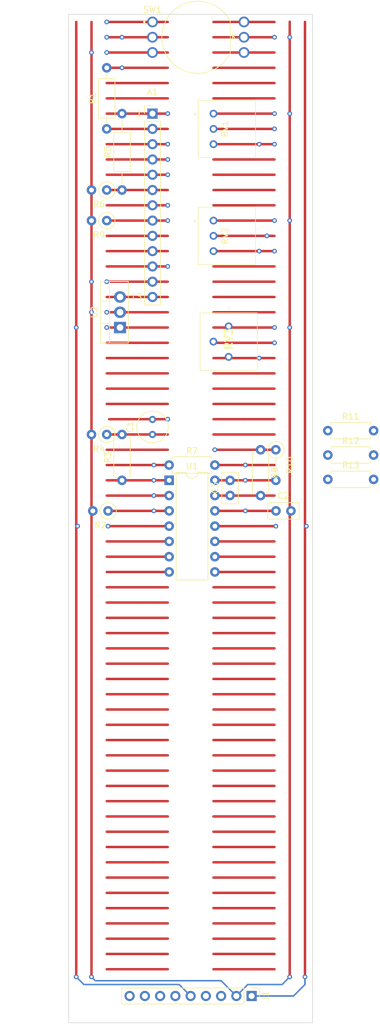
<source format=kicad_pcb>
(kicad_pcb (version 20211014) (generator pcbnew)
  (title_block (title "Eurorack ProtoModule") (date "2021-10-06") (rev "1.0") (company "Len Popp") (comment 1 "Copyright © 2022 Len Popp CC BY") (comment 2 "Layout design for my custom Eurorack breadboard prototyping module"))
  (layers (0 "F.Cu" signal) (1 "In1.Cu" jumper "Wire1.Cu") (2 "In2.Cu" jumper "Wire2.Cu") (3 "In3.Cu" jumper "Wire3.Cu") (4 "In4.Cu" jumper "Wire4.Cu") (31 "B.Cu" signal) (34 "B.Paste" user) (35 "F.Paste" user) (36 "B.SilkS" user "B.Silkscreen") (37 "F.SilkS" user "F.Silkscreen") (38 "B.Mask" user) (39 "F.Mask" user) (44 "Edge.Cuts" user))
  (net 0 "")
  (net 1 "+12V")
  (net 2 "GND")
  (net 3 "-12V")
  (net 4 "+5V")
  (net 5 "BUS-GATE")
  (net 6 "BUS-CV")
  (net 8 "IN-OUT-1")
  (net 9 "IN-OUT-2")
  (net 10 "Net-(A1-Pad1)")
  (net 11 "Net-(A1-Pad2)")
  (net 12 "Net-(A1-Pad3)")
  (net 13 "Net-(A1-Pad4)")
  (net 14 "Net-(A1-Pad5)")
  (net 15 "Net-(A1-Pad6)")
  (net 16 "Net-(A1-Pad7)")
  (net 17 "Net-(A1-Pad8)")
  (net 18 "unconnected-(A1-Pad9)")
  (net 19 "unconnected-(A1-Pad10)")
  (net 20 "Net-(A1-Pad11)")
  (net 21 "+8V")
  (net 22 "Net-(C1-Pad1)")
  (net 23 "Net-(C2-Pad1)")
  (net 24 "Net-(C3-Pad1)")
  (net 25 "Net-(R1-Pad2)")
  (net 26 "Net-(R3-Pad1)")
  (net 27 "/OUT-BUFFERED")
  (net 28 "Net-(R11-Pad2)")
  (net 29 "Net-(R12-Pad2)")
  (net 30 "unconnected-(U1-Pad5)")
  (net 31 "unconnected-(U1-Pad6)")
  (net 32 "unconnected-(U1-Pad7)")
  (net 33 "unconnected-(SW1-Pad2)")
  (net 34 "unconnected-(SW1-Pad4)")
  (footprint "Connector_PinHeader_2.54mm:PinHeader_1x09_P2.54mm_Vertical" (layer "F.Cu") (at 113.03 187.325 -90)
    (fp_text reference "J1" (at 0 -2.33 90) (layer "F.SilkS"))
    (fp_text value "Conn_01x09")
    (fp_line (start -1.33 21.65) (end 1.33 21.65) (layer "F.SilkS") (width 0.12))
    (fp_line (start -1.33 1.27) (end -1.33 21.65) (layer "F.SilkS") (width 0.12))
    (fp_line (start 1.33 1.27) (end 1.33 21.65) (layer "F.SilkS") (width 0.12))
    (fp_line (start -1.33 -1.33) (end 0 -1.33) (layer "F.SilkS") (width 0.12))
    (fp_line (start -1.33 1.27) (end 1.33 1.27) (layer "F.SilkS") (width 0.12))
    (fp_line (start -1.33 0) (end -1.33 -1.33) (layer "F.SilkS") (width 0.12))
    (pad "1" thru_hole rect locked (at 0 0 270) (size 1.7 1.7) (drill 1) (layers *.Cu *.Mask) (net 3 "-12V"))
    (pad "2" thru_hole oval locked (at 0 2.54 270) (size 1.7 1.7) (drill 1) (layers *.Cu *.Mask) (net 2 "GND"))
    (pad "3" thru_hole oval locked (at 0 5.08 270) (size 1.7 1.7) (drill 1) (layers *.Cu *.Mask) (net 9 "IN-OUT-2"))
    (pad "4" thru_hole oval locked (at 0 7.62 270) (size 1.7 1.7) (drill 1) (layers *.Cu *.Mask) (net 8 "IN-OUT-1"))
    (pad "5" thru_hole oval locked (at 0 10.16 270) (size 1.7 1.7) (drill 1) (layers *.Cu *.Mask) (net 1 "+12V"))
    (pad "6" thru_hole oval locked (at 0 12.7 270) (size 1.7 1.7) (drill 1) (layers *.Cu *.Mask))
    (pad "7" thru_hole oval locked (at 0 15.24 270) (size 1.7 1.7) (drill 1) (layers *.Cu *.Mask) (net 4 "+5V"))
    (pad "8" thru_hole oval locked (at 0 17.78 270) (size 1.7 1.7) (drill 1) (layers *.Cu *.Mask) (net 6 "BUS-CV"))
    (pad "9" thru_hole oval locked (at 0 20.32 270) (size 1.7 1.7) (drill 1) (layers *.Cu *.Mask) (net 5 "BUS-GATE"))
  )
  (footprint "-lmp-stripboard:SB_Gen_1" (layer "F.Cu") (at 88.9 58.42 180)
    (fp_text reference "R9" (at 1.27 -2.37) (layer "F.SilkS"))
    (fp_text value "3K9")
    (fp_line (start 1.37 0) (end 1.44 0) (layer "F.SilkS") (width 0.12))
    (fp_circle (center 0 0) (end 1.37 0) (layer "F.SilkS") (width 0.12) (fill none))
    (pad "1" thru_hole circle locked (at 0 0 180) (size 1.6 1.6) (drill 0.8) (layers *.Cu *.Mask) (net 17 "Net-(A1-Pad8)"))
    (pad "2" thru_hole oval locked (at 2.54 0 180) (size 1.6 1.6) (drill 0.8) (layers *.Cu *.Mask) (net 2 "GND"))
  )
  (footprint "-lmp-misc:R_Axial_DIN0207_L6.3mm_D2.5mm_P7.62mm_Horizontal" (layer "F.Cu") (at 125.73 97.395)
    (fp_text reference "R12" (at 3.81 -2.37) (layer "F.SilkS"))
    (fp_text value "47K")
    (fp_line (start 7.08 1.37) (end 7.08 1.04) (layer "F.SilkS") (width 0.12))
    (fp_line (start 0.54 -1.37) (end 7.08 -1.37) (layer "F.SilkS") (width 0.12))
    (fp_line (start 7.08 -1.37) (end 7.08 -1.04) (layer "F.SilkS") (width 0.12))
    (fp_line (start 0.54 -1.04) (end 0.54 -1.37) (layer "F.SilkS") (width 0.12))
    (fp_line (start 0.54 1.37) (end 7.08 1.37) (layer "F.SilkS") (width 0.12))
    (fp_line (start 0.54 1.04) (end 0.54 1.37) (layer "F.SilkS") (width 0.12))
    (pad "1" thru_hole circle locked (at 0 0) (size 1.6 1.6) (drill 0.8) (layers *.Cu *.Mask) (net 2 "GND"))
    (pad "2" thru_hole oval locked (at 7.62 0) (size 1.6 1.6) (drill 0.8) (layers *.Cu *.Mask) (net 29 "Net-(R12-Pad2)"))
  )
  (footprint "Package_DIP:DIP-14_W7.62mm" (layer "F.Cu") (at 99.295 101.595)
    (fp_text reference "U1" (at 3.81 -2.33) (layer "F.SilkS"))
    (fp_text value "TL074")
    (fp_line (start 6.46 16.57) (end 6.46 -1.33) (layer "F.SilkS") (width 0.12))
    (fp_line (start 6.46 -1.33) (end 4.81 -1.33) (layer "F.SilkS") (width 0.12))
    (fp_line (start 2.81 -1.33) (end 1.16 -1.33) (layer "F.SilkS") (width 0.12))
    (fp_line (start 1.16 16.57) (end 6.46 16.57) (layer "F.SilkS") (width 0.12))
    (fp_line (start 1.16 -1.33) (end 1.16 16.57) (layer "F.SilkS") (width 0.12))
    (fp_arc (start 4.81 -1.33) (mid 3.81 -0.33) (end 2.81 -1.33) (layer "F.SilkS") (width 0.12))
    (pad "1" thru_hole rect (at 0 0) (size 1.6 1.6) (drill 0.8) (layers *.Cu *.Mask) (net 26 "Net-(R3-Pad1)"))
    (pad "2" thru_hole oval (at 0 2.54) (size 1.6 1.6) (drill 0.8) (layers *.Cu *.Mask) (net 26 "Net-(R3-Pad1)"))
    (pad "3" thru_hole oval (at 0 5.08) (size 1.6 1.6) (drill 0.8) (layers *.Cu *.Mask) (net 8 "IN-OUT-1"))
    (pad "4" thru_hole oval (at 0 7.62) (size 1.6 1.6) (drill 0.8) (layers *.Cu *.Mask) (net 1 "+12V"))
    (pad "5" thru_hole oval (at 0 10.16) (size 1.6 1.6) (drill 0.8) (layers *.Cu *.Mask) (net 30 "unconnected-(U1-Pad5)"))
    (pad "6" thru_hole oval (at 0 12.7) (size 1.6 1.6) (drill 0.8) (layers *.Cu *.Mask) (net 31 "unconnected-(U1-Pad6)"))
    (pad "7" thru_hole oval (at 0 15.24) (size 1.6 1.6) (drill 0.8) (layers *.Cu *.Mask) (net 32 "unconnected-(U1-Pad7)"))
    (pad "8" thru_hole oval (at 7.62 15.24) (size 1.6 1.6) (drill 0.8) (layers *.Cu *.Mask) (net 27 "/OUT-BUFFERED"))
    (pad "9" thru_hole oval (at 7.62 12.7) (size 1.6 1.6) (drill 0.8) (layers *.Cu *.Mask) (net 29 "Net-(R12-Pad2)"))
    (pad "10" thru_hole oval (at 7.62 10.16) (size 1.6 1.6) (drill 0.8) (layers *.Cu *.Mask) (net 28 "Net-(R11-Pad2)"))
    (pad "11" thru_hole oval (at 7.62 7.62) (size 1.6 1.6) (drill 0.8) (layers *.Cu *.Mask) (net 3 "-12V"))
    (pad "12" thru_hole oval (at 7.62 5.08) (size 1.6 1.6) (drill 0.8) (layers *.Cu *.Mask) (net 23 "Net-(C2-Pad1)"))
    (pad "13" thru_hole oval (at 7.62 2.54) (size 1.6 1.6) (drill 0.8) (layers *.Cu *.Mask) (net 24 "Net-(C3-Pad1)"))
    (pad "14" thru_hole oval (at 7.62 0) (size 1.6 1.6) (drill 0.8) (layers *.Cu *.Mask) (net 9 "IN-OUT-2"))
  )
  (footprint "-lmp-stripboard:SB_Gen_5" (layer "F.Cu") (at 91.44 53.34 90)
    (fp_text reference "R5" (at 6.35 -2.37 90) (layer "F.SilkS"))
    (fp_text value "100K")
    (fp_line (start 9.62 -1.37) (end 3.08 -1.37) (layer "F.SilkS") (width 0.12))
    (fp_line (start 1.04 0) (end 3.08 0) (layer "F.SilkS") (width 0.12))
    (fp_line (start 3.08 -1.37) (end 3.08 1.37) (layer "F.SilkS") (width 0.12))
    (fp_line (start 11.66 0) (end 9.62 0) (layer "F.SilkS") (width 0.12))
    (fp_line (start 9.62 1.37) (end 9.62 -1.37) (layer "F.SilkS") (width 0.12))
    (fp_line (start 3.08 1.37) (end 9.62 1.37) (layer "F.SilkS") (width 0.12))
    (pad "1" thru_hole circle locked (at 0 0 90) (size 1.6 1.6) (drill 0.8) (layers *.Cu *.Mask) (net 15 "Net-(A1-Pad6)"))
    (pad "2" thru_hole oval locked (at 12.7 0 90) (size 1.6 1.6) (drill 0.8) (layers *.Cu *.Mask) (net 10 "Net-(A1-Pad1)"))
  )
  (footprint "-lmp-misc:C_Disc_D5.0mm_W2.5mm_P2.50mm" (layer "F.Cu") (at 117.085 106.68)
    (fp_text reference "C2" (at 1.25 -2.5) (layer "F.SilkS"))
    (fp_text value "470P")
    (fp_line (start 3.87 -1.37) (end 3.87 1.37) (layer "F.SilkS") (width 0.12))
    (fp_line (start -1.37 1.37) (end 3.87 1.37) (layer "F.SilkS") (width 0.12))
    (fp_line (start -1.37 -1.37) (end -1.37 1.37) (layer "F.SilkS") (width 0.12))
    (fp_line (start -1.37 -1.37) (end 3.87 -1.37) (layer "F.SilkS") (width 0.12))
    (pad "1" thru_hole circle locked (at 0 0) (size 1.6 1.6) (drill 0.8) (layers *.Cu *.Mask) (net 23 "Net-(C2-Pad1)"))
    (pad "2" thru_hole circle locked (at 2.5 0) (size 1.6 1.6) (drill 0.8) (layers *.Cu *.Mask) (net 2 "GND"))
  )
  (footprint "-lmp-misc:R_Axial_DIN0207_L6.3mm_D2.5mm_P7.62mm_Horizontal" (layer "F.Cu") (at 125.73 93.345)
    (fp_text reference "R11" (at 3.81 -2.37) (layer "F.SilkS"))
    (fp_text value "47K")
    (fp_line (start 0.54 1.37) (end 7.08 1.37) (layer "F.SilkS") (width 0.12))
    (fp_line (start 0.54 1.04) (end 0.54 1.37) (layer "F.SilkS") (width 0.12))
    (fp_line (start 0.54 -1.37) (end 7.08 -1.37) (layer "F.SilkS") (width 0.12))
    (fp_line (start 7.08 1.37) (end 7.08 1.04) (layer "F.SilkS") (width 0.12))
    (fp_line (start 7.08 -1.37) (end 7.08 -1.04) (layer "F.SilkS") (width 0.12))
    (fp_line (start 0.54 -1.04) (end 0.54 -1.37) (layer "F.SilkS") (width 0.12))
    (pad "1" thru_hole circle locked (at 0 0) (size 1.6 1.6) (drill 0.8) (layers *.Cu *.Mask) (net 9 "IN-OUT-2"))
    (pad "2" thru_hole oval locked (at 7.62 0) (size 1.6 1.6) (drill 0.8) (layers *.Cu *.Mask) (net 28 "Net-(R11-Pad2)"))
  )
  (footprint "-lmp-misc:C_Disc_D5.0mm_W2.5mm_P2.50mm" (layer "F.Cu") (at 109.445 104.12 90)
    (fp_text reference "C3" (at 1.25 -2.5 90) (layer "F.SilkS"))
    (fp_text value "470P")
    (fp_line (start -1.37 -1.37) (end -1.37 1.37) (layer "F.SilkS") (width 0.12))
    (fp_line (start -1.37 1.37) (end 3.87 1.37) (layer "F.SilkS") (width 0.12))
    (fp_line (start 3.87 -1.37) (end 3.87 1.37) (layer "F.SilkS") (width 0.12))
    (fp_line (start -1.37 -1.37) (end 3.87 -1.37) (layer "F.SilkS") (width 0.12))
    (pad "1" thru_hole circle locked (at 0 0 90) (size 1.6 1.6) (drill 0.8) (layers *.Cu *.Mask) (net 24 "Net-(C3-Pad1)"))
    (pad "2" thru_hole circle locked (at 2.5 0 90) (size 1.6 1.6) (drill 0.8) (layers *.Cu *.Mask) (net 9 "IN-OUT-2"))
  )
  (footprint "-lmp-breakout:Breakout_SW_Push_LED_C&K_D6R" (layer "F.Cu") (at 96.52 25.4)
    (fp_text reference "SW1" (at 0 -2.032) (layer "F.SilkS") (effects (font (size 1.016 1.016) (thickness 0.1524))))
    (fp_text value "SW_LED" hide)
    (fp_text user "K" (at 13.589 2.5 unlocked) (layer "F.SilkS"))
    (fp_line (start 12.954 -0.075) (end 12.954 5.175) (layer "F.SilkS") (width 0.1))
    (fp_arc (start 12.954 5.15) (mid 1.556108 2.55) (end 12.954 -0.05) (layer "F.SilkS") (width 0.12))
    (fp_arc (start -1.27 0) (mid -1.37 0.1) (end -1.47 0) (layer "F.SilkS") (width 0.2))
    (fp_arc (start -1.47 0) (mid -1.37 -0.1) (end -1.27 0) (layer "F.SilkS") (width 0.2))
    (pad "1" thru_hole circle (at 0 0) (size 1.8 1.8) (drill 1.2) (layers *.Cu *.Mask) (net 25 "Net-(R1-Pad2)"))
    (pad "2" thru_hole circle (at 15.24 0) (size 1.8 1.8) (drill 1.2) (layers *.Cu *.Mask) (net 33 "unconnected-(SW1-Pad2)"))
    (pad "3" thru_hole circle (at 0 5.08) (size 1.8 1.8) (drill 1.2) (layers *.Cu *.Mask) (net 2 "GND"))
    (pad "4" thru_hole circle (at 15.24 5.08) (size 1.8 1.8) (drill 1.2) (layers *.Cu *.Mask) (net 34 "unconnected-(SW1-Pad4)"))
    (pad "5" thru_hole circle (at 0 2.54) (size 1.8 1.8) (drill 1.2) (layers *.Cu *.Mask) (net 25 "Net-(R1-Pad2)"))
    (pad "6" thru_hole circle (at 15.24 2.54) (size 1.8 1.8) (drill 1.2) (layers *.Cu *.Mask) (net 2 "GND"))
  )
  (footprint "-lmp-stripboard:SB_Gen_2" (layer "F.Cu") (at 117.065 96.52 -90)
    (fp_text reference "R10" (at 2.54 -2.37 -90) (layer "F.SilkS"))
    (fp_text value "3K9")
    (fp_line (start 1.37 0) (end 3.98 0) (layer "F.SilkS") (width 0.12))
    (fp_circle (center 0 0) (end 1.37 0) (layer "F.SilkS") (width 0.12) (fill none))
    (pad "1" thru_hole circle locked (at 0 0 270) (size 1.6 1.6) (drill 0.8) (layers *.Cu *.Mask) (net 16 "Net-(A1-Pad7)"))
    (pad "2" thru_hole oval locked (at 5.08 0 270) (size 1.6 1.6) (drill 0.8) (layers *.Cu *.Mask) (net 9 "IN-OUT-2"))
  )
  (footprint "-lmp-stripboard:SB_Gen_1" (layer "F.Cu") (at 89.125 106.68 180)
    (fp_text reference "R2" (at 1.27 -2.37 180) (layer "F.SilkS"))
    (fp_text value "100K")
    (fp_line (start 1.37 0) (end 1.44 0) (layer "F.SilkS") (width 0.12))
    (fp_circle (center 0 0) (end 1.37 0) (layer "F.SilkS") (width 0.12) (fill none))
    (pad "1" thru_hole circle locked (at 0 0 180) (size 1.6 1.6) (drill 0.8) (layers *.Cu *.Mask) (net 8 "IN-OUT-1"))
    (pad "2" thru_hole oval locked (at 2.54 0 180) (size 1.6 1.6) (drill 0.8) (layers *.Cu *.Mask) (net 2 "GND"))
  )
  (footprint "-lmp-misc:Potentiometer_Bourns_3310R_Top" (layer "F.Cu") (at 108.605 43.18 90)
    (fp_text reference "RV1" (at 0 0 90) (layer "F.SilkS"))
    (fp_text value "100K" hide)
    (fp_line (start -4.765 -4.465) (end 4.765 -4.465) (layer "F.SilkS") (width 0.1))
    (fp_line (start 2.6 -4.965) (end 2.6 -4.965) (layer "F.SilkS") (width 0.2))
    (fp_line (start 2.4 -4.965) (end 2.4 -4.965) (layer "F.SilkS") (width 0.2))
    (fp_line (start 4.765 5.065) (end -4.765 5.065) (layer "F.SilkS") (width 0.1))
    (fp_line (start -4.765 5.065) (end -4.765 -4.465) (layer "F.SilkS") (width 0.1))
    (fp_line (start 4.765 -4.465) (end 4.765 5.065) (layer "F.SilkS") (width 0.1))
    (fp_arc (start 2.4 -4.965) (mid 2.5 -5.065) (end 2.6 -4.965) (layer "F.SilkS") (width 0.2))
    (fp_arc (start 2.6 -4.965) (mid 2.5 -4.865) (end 2.4 -4.965) (layer "F.SilkS") (width 0.2))
    (pad "1" thru_hole circle (at 2.54 -1.925 90) (size 1.302857 1.302857) (drill 0.76) (layers *.Cu *.Mask) (net 2 "GND"))
    (pad "2" thru_hole circle (at 0 -1.925 90) (size 1.302857 1.302857) (drill 0.76) (layers *.Cu *.Mask) (net 12 "Net-(A1-Pad3)"))
    (pad "3" thru_hole circle (at -2.54 -1.925 90) (size 1.302857 1.302857) (drill 0.76) (layers *.Cu *.Mask) (net 10 "Net-(A1-Pad1)"))
  )
  (footprint "-lmp-misc:R_Axial_DIN0207_L6.3mm_D2.5mm_P7.62mm_Horizontal" (layer "F.Cu") (at 91.44 101.6 90)
    (fp_text reference "R3" (at 3.81 -2.37 90) (layer "F.SilkS"))
    (fp_text value "100K")
    (fp_line (start 0.54 1.04) (end 0.54 1.37) (layer "F.SilkS") (width 0.12))
    (fp_line (start 0.54 1.37) (end 7.08 1.37) (layer "F.SilkS") (width 0.12))
    (fp_line (start 0.54 -1.04) (end 0.54 -1.37) (layer "F.SilkS") (width 0.12))
    (fp_line (start 0.54 -1.37) (end 7.08 -1.37) (layer "F.SilkS") (width 0.12))
    (fp_line (start 7.08 -1.37) (end 7.08 -1.04) (layer "F.SilkS") (width 0.12))
    (fp_line (start 7.08 1.37) (end 7.08 1.04) (layer "F.SilkS") (width 0.12))
    (pad "1" thru_hole circle locked (at 0 0 90) (size 1.6 1.6) (drill 0.8) (layers *.Cu *.Mask) (net 26 "Net-(R3-Pad1)"))
    (pad "2" thru_hole oval locked (at 7.62 0 90) (size 1.6 1.6) (drill 0.8) (layers *.Cu *.Mask) (net 22 "Net-(C1-Pad1)"))
  )
  (footprint "-lmp-misc:C_Radial_D5.0mm_H5.0mm_P2.50mm" (layer "F.Cu") (at 96.52 93.98 90)
    (fp_text reference "C1" (at 1.25 -3.75 90) (layer "F.SilkS"))
    (fp_text value "10U")
    (fp_circle (center 1.25 0) (end 3.87 0) (layer "F.SilkS") (width 0.12) (fill none))
    (pad "1" thru_hole circle locked (at 0 0 90) (size 1.2 1.2) (drill 0.6) (layers *.Cu *.Mask) (net 22 "Net-(C1-Pad1)"))
    (pad "2" thru_hole circle locked (at 2.5 0 90) (size 1.2 1.2) (drill 0.6) (layers *.Cu *.Mask) (net 20 "Net-(A1-Pad11)"))
  )
  (footprint "-lmp-misc:R_Axial_DIN0207_L6.3mm_D2.5mm_P7.62mm_Horizontal" (layer "F.Cu") (at 125.73 101.445)
    (fp_text reference "R13" (at 3.81 -2.37) (layer "F.SilkS"))
    (fp_text value "47K")
    (fp_line (start 0.54 -1.04) (end 0.54 -1.37) (layer "F.SilkS") (width 0.12))
    (fp_line (start 7.08 -1.37) (end 7.08 -1.04) (layer "F.SilkS") (width 0.12))
    (fp_line (start 0.54 1.37) (end 7.08 1.37) (layer "F.SilkS") (width 0.12))
    (fp_line (start 7.08 1.37) (end 7.08 1.04) (layer "F.SilkS") (width 0.12))
    (fp_line (start 0.54 1.04) (end 0.54 1.37) (layer "F.SilkS") (width 0.12))
    (fp_line (start 0.54 -1.37) (end 7.08 -1.37) (layer "F.SilkS") (width 0.12))
    (pad "1" thru_hole circle locked (at 0 0) (size 1.6 1.6) (drill 0.8) (layers *.Cu *.Mask) (net 29 "Net-(R12-Pad2)"))
    (pad "2" thru_hole oval locked (at 7.62 0) (size 1.6 1.6) (drill 0.8) (layers *.Cu *.Mask) (net 27 "/OUT-BUFFERED"))
  )
  (footprint "-lmp-misc:R_Axial_DIN0207_L6.3mm_D2.5mm_P7.62mm_Horizontal" (layer "F.Cu") (at 99.285 99.06)
    (fp_text reference "R7" (at 3.81 -2.37) (layer "F.SilkS"))
    (fp_text value "10K")
    (fp_line (start 0.54 1.04) (end 0.54 1.37) (layer "F.SilkS") (width 0.12))
    (fp_line (start 0.54 -1.04) (end 0.54 -1.37) (layer "F.SilkS") (width 0.12))
    (fp_line (start 0.54 1.37) (end 7.08 1.37) (layer "F.SilkS") (width 0.12))
    (fp_line (start 7.08 1.37) (end 7.08 1.04) (layer "F.SilkS") (width 0.12))
    (fp_line (start 0.54 -1.37) (end 7.08 -1.37) (layer "F.SilkS") (width 0.12))
    (fp_line (start 7.08 -1.37) (end 7.08 -1.04) (layer "F.SilkS") (width 0.12))
    (pad "1" thru_hole circle locked (at 0 0) (size 1.6 1.6) (drill 0.8) (layers *.Cu *.Mask) (net 17 "Net-(A1-Pad8)"))
    (pad "2" thru_hole oval locked (at 7.62 0) (size 1.6 1.6) (drill 0.8) (layers *.Cu *.Mask) (net 23 "Net-(C2-Pad1)"))
  )
  (footprint "-lmp-stripboard:SB_Gen_1" (layer "F.Cu") (at 88.9 53.34 180)
    (fp_text reference "R6" (at 1.27 -2.37) (layer "F.SilkS"))
    (fp_text value "56K")
    (fp_line (start 1.37 0) (end 1.44 0) (layer "F.SilkS") (width 0.12))
    (fp_circle (center 0 0) (end 1.37 0) (layer "F.SilkS") (width 0.12) (fill none))
    (pad "1" thru_hole circle locked (at 0 0 180) (size 1.6 1.6) (drill 0.8) (layers *.Cu *.Mask) (net 15 "Net-(A1-Pad6)"))
    (pad "2" thru_hole oval locked (at 2.54 0 180) (size 1.6 1.6) (drill 0.8) (layers *.Cu *.Mask) (net 2 "GND"))
  )
  (footprint "-lmp-misc:Potentiometer_Bourns_3310R_Top" (layer "F.Cu") (at 108.605 60.96 90)
    (fp_text reference "RV2" (at 0 0 90) (layer "F.SilkS"))
    (fp_text value "100K" hide)
    (fp_line (start 2.4 -4.965) (end 2.4 -4.965) (layer "F.SilkS") (width 0.2))
    (fp_line (start -4.765 5.065) (end -4.765 -4.465) (layer "F.SilkS") (width 0.1))
    (fp_line (start -4.765 -4.465) (end 4.765 -4.465) (layer "F.SilkS") (width 0.1))
    (fp_line (start 4.765 5.065) (end -4.765 5.065) (layer "F.SilkS") (width 0.1))
    (fp_line (start 4.765 -4.465) (end 4.765 5.065) (layer "F.SilkS") (width 0.1))
    (fp_line (start 2.6 -4.965) (end 2.6 -4.965) (layer "F.SilkS") (width 0.2))
    (fp_arc (start 2.6 -4.965) (mid 2.5 -4.865) (end 2.4 -4.965) (layer "F.SilkS") (width 0.2))
    (fp_arc (start 2.4 -4.965) (mid 2.5 -5.065) (end 2.6 -4.965) (layer "F.SilkS") (width 0.2))
    (pad "1" thru_hole circle (at 2.54 -1.925 90) (size 1.302857 1.302857) (drill 0.76) (layers *.Cu *.Mask) (net 2 "GND"))
    (pad "2" thru_hole circle (at 0 -1.925 90) (size 1.302857 1.302857) (drill 0.76) (layers *.Cu *.Mask) (net 13 "Net-(A1-Pad4)"))
    (pad "3" thru_hole circle (at -2.54 -1.925 90) (size 1.302857 1.302857) (drill 0.76) (layers *.Cu *.Mask) (net 10 "Net-(A1-Pad1)"))
  )
  (footprint "-lmp-misc:Potentiometer_Bourns_3386P_Top" (layer "F.Cu") (at 109.205 76.0025 -90)
    (fp_text reference "RV3" (at 2.102 -0.015 90) (layer "F.SilkS") (effects (font (size 1.27 1.27) (thickness 0.254))))
    (fp_text value "100K" hide)
    (fp_line (start -2.225 4.75) (end -2.225 -4.78) (layer "F.SilkS") (width 0.1))
    (fp_line (start -2.225 -4.78) (end 7.305 -4.78) (layer "F.SilkS") (width 0.1))
    (fp_line (start -3 0) (end -3 0) (layer "F.SilkS") (width 0.1))
    (fp_line (start 7.305 -4.78) (end 7.305 4.75) (layer "F.SilkS") (width 0.1))
    (fp_line (start 7.305 4.75) (end -2.225 4.75) (layer "F.SilkS") (width 0.1))
    (fp_line (start -3.1 0) (end -3.1 0) (layer "F.SilkS") (width 0.1))
    (fp_arc (start -3.1 0) (mid -3.05 -0.05) (end -3 0) (layer "F.SilkS") (width 0.1))
    (fp_arc (start -3 0) (mid -3.05 0.05) (end -3.1 0) (layer "F.SilkS") (width 0.1))
    (pad "1" thru_hole circle locked (at 0 0 270) (size 1.303 1.303) (drill 0.76) (layers *.Cu *.Mask) (net 2 "GND"))
    (pad "2" thru_hole circle locked (at 2.54 2.54 270) (size 1.303 1.303) (drill 0.76) (layers *.Cu *.Mask) (net 14 "Net-(A1-Pad5)"))
    (pad "3" thru_hole circle locked (at 5.08 0 270) (size 1.303 1.303) (drill 0.76) (layers *.Cu *.Mask) (net 10 "Net-(A1-Pad1)"))
  )
  (footprint "-lmp-misc:R_Axial_DIN0207_L6.3mm_D2.5mm_P7.62mm_Horizontal" (layer "F.Cu") (at 114.525 96.52 -90)
    (fp_text reference "R8" (at 3.81 -2.37 90) (layer "F.SilkS"))
    (fp_text value "10K")
    (fp_line (start 0.54 1.04) (end 0.54 1.37) (layer "F.SilkS") (width 0.12))
    (fp_line (start 0.54 1.37) (end 7.08 1.37) (layer "F.SilkS") (width 0.12))
    (fp_line (start 0.54 -1.04) (end 0.54 -1.37) (layer "F.SilkS") (width 0.12))
    (fp_line (start 7.08 1.37) (end 7.08 1.04) (layer "F.SilkS") (width 0.12))
    (fp_line (start 0.54 -1.37) (end 7.08 -1.37) (layer "F.SilkS") (width 0.12))
    (fp_line (start 7.08 -1.37) (end 7.08 -1.04) (layer "F.SilkS") (width 0.12))
    (pad "1" thru_hole circle locked (at 0 0 270) (size 1.6 1.6) (drill 0.8) (layers *.Cu *.Mask) (net 16 "Net-(A1-Pad7)"))
    (pad "2" thru_hole oval locked (at 7.62 0 270) (size 1.6 1.6) (drill 0.8) (layers *.Cu *.Mask) (net 24 "Net-(C3-Pad1)"))
  )
  (footprint "-lmp-misc:R_Axial_DIN0207_L6.3mm_D2.5mm_P10.16mm_Horizontal" (layer "F.Cu") (at 88.9 43.18 90)
    (fp_text reference "R1" (at 5.08 -2.37 90) (layer "F.SilkS"))
    (fp_text value "1K")
    (fp_line (start 9.12 0) (end 8.35 0) (layer "F.SilkS") (width 0.12))
    (fp_line (start 8.35 1.37) (end 8.35 -1.37) (layer "F.SilkS") (width 0.12))
    (fp_line (start 8.35 -1.37) (end 1.81 -1.37) (layer "F.SilkS") (width 0.12))
    (fp_line (start 1.81 -1.37) (end 1.81 1.37) (layer "F.SilkS") (width 0.12))
    (fp_line (start 1.81 1.37) (end 8.35 1.37) (layer "F.SilkS") (width 0.12))
    (fp_line (start 1.04 0) (end 1.81 0) (layer "F.SilkS") (width 0.12))
    (pad "1" thru_hole circle locked (at 0 0 90) (size 1.6 1.6) (drill 0.8) (layers *.Cu *.Mask) (net 11 "Net-(A1-Pad2)"))
    (pad "2" thru_hole oval locked (at 10.16 0 90) (size 1.6 1.6) (drill 0.8) (layers *.Cu *.Mask) (net 25 "Net-(R1-Pad2)"))
  )
  (footprint "-lmp-synth:Module_ABE_Vert" (layer "F.Cu") (at 96.52 40.64)
    (fp_text reference "A1" (at 0 -3.6) (layer "F.SilkS"))
    (fp_text value "Module_ABE")
    (fp_text user "1" (at -1.651 0 unlocked) (layer "F.SilkS") (effects (justify right)))
    (fp_text user "13" (at -1.651 30.48 unlocked) (layer "F.SilkS") (effects (justify right)))
    (fp_line (start -1.33 0) (end -1.33 -1.33) (layer "F.SilkS") (width 0.12))
    (fp_line (start -1.33 1.27) (end -1.33 31.81) (layer "F.SilkS") (width 0.12))
    (fp_line (start -1.33 31.81) (end 1.33 31.81) (layer "F.SilkS") (width 0.12))
    (fp_line (start -1.33 1.27) (end 1.33 1.27) (layer "F.SilkS") (width 0.12))
    (fp_line (start 1.33 1.27) (end 1.33 31.81) (layer "F.SilkS") (width 0.12))
    (fp_line (start -1.33 -1.33) (end 0 -1.33) (layer "F.SilkS") (width 0.12))
    (pad "1" thru_hole rect (at 0 0) (size 1.7 1.7) (drill 1) (layers *.Cu *.Mask) (net 10 "Net-(A1-Pad1)"))
    (pad "2" thru_hole oval (at 0 2.54) (size 1.7 1.7) (drill 1) (layers *.Cu *.Mask) (net 11 "Net-(A1-Pad2)"))
    (pad "3" thru_hole oval (at 0 5.08) (size 1.7 1.7) (drill 1) (layers *.Cu *.Mask) (net 12 "Net-(A1-Pad3)"))
    (pad "4" thru_hole oval (at 0 7.62) (size 1.7 1.7) (drill 1) (layers *.Cu *.Mask) (net 13 "Net-(A1-Pad4)"))
    (pad "5" thru_hole oval (at 0 10.16) (size 1.7 1.7) (drill 1) (layers *.Cu *.Mask) (net 14 "Net-(A1-Pad5)"))
    (pad "6" thru_hole oval (at 0 12.7) (size 1.7 1.7) (drill 1) (layers *.Cu *.Mask) (net 15 "Net-(A1-Pad6)"))
    (pad "7" thru_hole oval (at 0 15.24) (size 1.7 1.7) (drill 1) (layers *.Cu *.Mask) (net 16 "Net-(A1-Pad7)"))
    (pad "8" thru_hole oval (at 0 17.78) (size 1.7 1.7) (drill 1) (layers *.Cu *.Mask) (net 17 "Net-(A1-Pad8)"))
    (pad "9" thru_hole oval (at 0 20.32) (size 1.7 1.7) (drill 1) (layers *.Cu *.Mask) (net 18 "unconnected-(A1-Pad9)"))
    (pad "10" thru_hole oval (at 0 22.86) (size 1.7 1.7) (drill 1) (layers *.Cu *.Mask) (net 19 "unconnected-(A1-Pad10)"))
    (pad "11" thru_hole oval (at 0 25.4) (size 1.7 1.7) (drill 1) (layers *.Cu *.Mask) (net 20 "Net-(A1-Pad11)"))
    (pad "12" thru_hole oval (at 0 27.94) (size 1.7 1.7) (drill 1) (layers *.Cu *.Mask) (net 2 "GND"))
    (pad "13" thru_hole oval (at 0 30.48) (size 1.7 1.7) (drill 1) (layers *.Cu *.Mask) (net 21 "+8V"))
  )
  (footprint "-lmp-stripboard:SB_Gen_1" (layer "F.Cu") (at 88.9 93.98 180)
    (fp_text reference "R4" (at 1.27 -2.37) (layer "F.SilkS"))
    (fp_text value "33K")
    (fp_line (start 1.37 0) (end 1.44 0) (layer "F.SilkS") (width 0.12))
    (fp_circle (center 0 0) (end 1.37 0) (layer "F.SilkS") (width 0.12) (fill none))
    (pad "1" thru_hole circle locked (at 0 0 180) (size 1.6 1.6) (drill 0.8) (layers *.Cu *.Mask) (net 22 "Net-(C1-Pad1)"))
    (pad "2" thru_hole oval locked (at 2.54 0 180) (size 1.6 1.6) (drill 0.8) (layers *.Cu *.Mask) (net 2 "GND"))
  )
  (footprint "Package_TO_SOT_THT:TO-220-3_Vertical" (layer "F.Cu") (at 91.115 76.2 90)
    (fp_text reference "U2" (at 2.54 -4.27 90) (layer "F.SilkS"))
    (fp_text value "L7808")
    (fp_line (start 7.66 -3.27) (end 7.66 1.371) (layer "F.SilkS") (width 0.12))
    (fp_line (start -2.58 -3.27) (end -2.58 1.371) (layer "F.SilkS") (width 0.12))
    (fp_line (start -2.58 -1.76) (end 7.66 -1.76) (layer "F.SilkS") (width 0.12))
    (fp_line (start -2.58 1.371) (end 7.66 1.371) (layer "F.SilkS") (width 0.12))
    (fp_line (start -2.58 -3.27) (end 7.66 -3.27) (layer "F.SilkS") (width 0.12))
    (fp_line (start 0.69 -3.27) (end 0.69 -1.76) (layer "F.SilkS") (width 0.12))
    (fp_line (start 4.391 -3.27) (end 4.391 -1.76) (layer "F.SilkS") (width 0.12))
    (pad "1" thru_hole rect (at 0 0 90) (size 1.905 2) (drill 1.1) (layers *.Cu *.Mask) (net 1 "+12V"))
    (pad "2" thru_hole oval (at 2.54 0 90) (size 1.905 2) (drill 1.1) (layers *.Cu *.Mask) (net 2 "GND"))
    (pad "3" thru_hole oval (at 5.08 0 90) (size 1.905 2) (drill 1.1) (layers *.Cu *.Mask) (net 21 "+8V"))
  )
  (gr_line (start 123.19 191.77) (end 82.55 191.77) (layer "Edge.Cuts") (width 0.1))
  (gr_line (start 123.19 24.13) (end 123.19 191.77) (layer "Edge.Cuts") (width 0.1))
  (gr_line (start 82.55 191.77) (end 82.55 24.13) (layer "Edge.Cuts") (width 0.1))
  (gr_line (start 82.55 24.13) (end 123.19 24.13) (layer "Edge.Cuts") (width 0.1))
  (segment (start 99.06 38.1) (end 91.44 38.1) (width 0.4064) (layer "F.Cu") (net 0))
  (segment (start 99.06 78.74) (end 96.52 78.74) (width 0.4064) (layer "F.Cu") (net 0))
  (segment (start 99.06 86.36) (end 88.9 86.36) (width 0.4064) (layer "F.Cu") (net 0))
  (segment (start 116.84 73.66) (end 106.68 73.66) (width 0.4064) (layer "F.Cu") (net 0))
  (segment (start 99.06 88.9) (end 88.9 88.9) (width 0.4064) (layer "F.Cu") (net 0))
  (segment (start 99.06 83.82) (end 96.52 83.82) (width 0.4064) (layer "F.Cu") (net 0))
  (segment (start 116.84 66.04) (end 106.68 66.04) (width 0.4064) (layer "F.Cu") (net 0))
  (segment (start 99.06 81.28) (end 96.52 81.28) (width 0.4064) (layer "F.Cu") (net 0))
  (segment (start 99.06 35.56) (end 88.9 35.56) (width 0.4064) (layer "F.Cu") (net 0))
  (segment (start 116.84 48.26) (end 109.22 48.26) (width 0.4064) (layer "F.Cu") (net 0))
  (segment (start 116.84 88.9) (end 106.68 88.9) (width 0.4064) (layer "F.Cu") (net 0))
  (segment (start 116.84 93.98) (end 106.68 93.98) (width 0.4064) (layer "F.Cu") (net 0))
  (segment (start 116.84 50.8) (end 106.68 50.8) (width 0.4064) (layer "F.Cu") (net 0))
  (segment (start 116.84 86.36) (end 111.76 86.36) (width 0.4064) (layer "F.Cu") (net 0))
  (segment (start 116.84 35.56) (end 109.22 35.56) (width 0.4064) (layer "F.Cu") (net 0))
  (segment (start 116.84 38.1) (end 106.68 38.1) (width 0.4064) (layer "F.Cu") (net 0))
  (segment (start 116.84 53.34) (end 106.68 53.34) (width 0.4064) (layer "F.Cu") (net 0))
  (segment (start 116.84 68.58) (end 106.68 68.58) (width 0.4064) (layer "F.Cu") (net 0))
  (segment (start 116.84 33.02) (end 106.68 33.02) (width 0.4064) (layer "F.Cu") (net 0))
  (segment (start 116.84 83.82) (end 111.76 83.82) (width 0.4064) (layer "F.Cu") (net 0))
  (segment (start 116.84 71.12) (end 106.68 71.12) (width 0.4064) (layer "F.Cu") (net 0))
  (segment (start 116.84 91.44) (end 111.76 91.44) (width 0.4064) (layer "F.Cu") (net 0))
  (segment (start 116.84 55.88) (end 106.68 55.88) (width 0.4064) (layer "F.Cu") (net 0))
  (segment (start 116.84 144.78) (end 106.68 144.78) (width 0.4064) (layer "F.Cu") (net 0))
  (segment (start 116.84 170.18) (end 106.68 170.18) (width 0.4064) (layer "F.Cu") (net 0))
  (segment (start 96.52 121.92) (end 93.98 121.92) (width 0.4064) (layer "F.Cu") (net 0))
  (segment (start 111.76 91.44) (end 106.68 91.44) (width 0.4064) (layer "F.Cu") (net 0))
  (segment (start 96.52 144.78) (end 88.9 144.78) (width 0.4064) (layer "F.Cu") (net 0))
  (segment (start 99.06 129.54) (end 88.9 129.54) (width 0.4064) (layer "F.Cu") (net 0))
  (segment (start 99.06 137.16) (end 88.9 137.16) (width 0.4064) (layer "F.Cu") (net 0))
  (segment (start 99.06 124.46) (end 96.52 124.46) (width 0.4064) (layer "F.Cu") (net 0))
  (segment (start 116.84 157.48) (end 106.68 157.48) (width 0.4064) (layer "F.Cu") (net 0))
  (segment (start 96.52 78.74) (end 88.9 78.74) (width 0.4064) (layer "F.Cu") (net 0))
  (segment (start 96.52 165.1) (end 93.98 165.1) (width 0.4064) (layer "F.Cu") (net 0))
  (segment (start 116.84 147.32) (end 106.68 147.32) (width 0.4064) (layer "F.Cu") (net 0))
  (segment (start 99.06 119.38) (end 96.52 119.38) (width 0.4064) (layer "F.Cu") (net 0))
  (segment (start 99.06 142.24) (end 96.52 142.24) (width 0.4064) (layer "F.Cu") (net 0))
  (segment (start 96.52 83.82) (end 88.9 83.82) (width 0.4064) (layer "F.Cu") (net 0))
  (segment (start 99.06 127) (end 88.9 127) (width 0.4064) (layer "F.Cu") (net 0))
  (segment (start 99.06 132.08) (end 88.9 132.08) (width 0.4064) (layer "F.Cu") (net 0))
  (segment (start 99.06 152.4) (end 88.9 152.4) (width 0.4064) (layer "F.Cu") (net 0))
  (segment (start 109.22 48.26) (end 106.68 48.26) (width 0.4064) (layer "F.Cu") (net 0))
  (segment (start 116.84 124.46) (end 106.68 124.46) (width 0.4064) (layer "F.Cu") (net 0))
  (segment (start 91.44 38.1) (end 88.9 38.1) (width 0.4064) (layer "F.Cu") (net 0))
  (segment (start 96.52 167.64) (end 88.9 167.64) (width 0.4064) (layer "F.Cu") (net 0))
  (segment (start 99.06 180.34) (end 88.9 180.34) (width 0.4064) (layer "F.Cu") (net 0))
  (segment (start 99.06 167.64) (end 96.52 167.64) (width 0.4064) (layer "F.Cu") (net 0))
  (segment (start 99.06 165.1) (end 96.52 165.1) (width 0.4064) (layer "F.Cu") (net 0))
  (segment (start 111.76 175.26) (end 106.68 175.26) (width 0.4064) (layer "F.Cu") (net 0))
  (segment (start 99.06 139.7) (end 96.52 139.7) (width 0.4064) (layer "F.Cu") (net 0))
  (segment (start 99.06 121.92) (end 96.52 121.92) (width 0.4064) (layer "F.Cu") (net 0))
  (segment (start 116.84 152.4) (end 111.76 152.4) (width 0.4064) (layer "F.Cu") (net 0))
  (segment (start 116.84 160.02) (end 106.68 160.02) (width 0.4064) (layer "F.Cu") (net 0))
  (segment (start 99.06 157.48) (end 88.9 157.48) (width 0.4064) (layer "F.Cu") (net 0))
  (segment (start 96.52 162.56) (end 88.9 162.56) (width 0.4064) (layer "F.Cu") (net 0))
  (segment (start 93.98 81.28) (end 88.9 81.28) (width 0.4064) (layer "F.Cu") (net 0))
  (segment (start 111.76 86.36) (end 106.68 86.36) (width 0.4064) (layer "F.Cu") (net 0))
  (segment (start 116.84 119.38) (end 106.68 119.38) (width 0.4064) (layer "F.Cu") (net 0))
  (segment (start 116.84 127) (end 106.68 127) (width 0.4064) (layer "F.Cu") (net 0))
  (segment (start 111.76 180.34) (end 106.68 180.34) (width 0.4064) (layer "F.Cu") (net 0))
  (segment (start 116.84 121.92) (end 106.68 121.92) (width 0.4064) (layer "F.Cu") (net 0))
  (segment (start 116.84 132.08) (end 111.76 132.08) (width 0.4064) (layer "F.Cu") (net 0))
  (segment (start 111.76 132.08) (end 106.68 132.08) (width 0.4064) (layer "F.Cu") (net 0))
  (segment (start 99.06 154.94) (end 88.9 154.94) (width 0.4064) (layer "F.Cu") (net 0))
  (segment (start 96.52 81.28) (end 93.98 81.28) (width 0.4064) (layer "F.Cu") (net 0))
  (segment (start 109.22 35.56) (end 106.68 35.56) (width 0.4064) (layer "F.Cu") (net 0))
  (segment (start 96.52 142.24) (end 93.98 142.24) (width 0.4064) (layer "F.Cu") (net 0))
  (segment (start 116.84 129.54) (end 106.68 129.54) (width 0.4064) (layer "F.Cu") (net 0))
  (segment (start 99.06 134.62) (end 88.9 134.62) (width 0.4064) (layer "F.Cu") (net 0))
  (segment (start 96.52 139.7) (end 88.9 139.7) (width 0.4064) (layer "F.Cu") (net 0))
  (segment (start 99.06 147.32) (end 88.9 147.32) (width 0.4064) (layer "F.Cu") (net 0))
  (segment (start 116.84 149.86) (end 106.68 149.86) (width 0.4064) (layer "F.Cu") (net 0))
  (segment (start 99.06 177.8) (end 88.9 177.8) (width 0.4064) (layer "F.Cu") (net 0))
  (segment (start 99.06 96.52) (end 88.9 96.52) (width 0.4064) (layer "F.Cu") (net 0))
  (segment (start 99.06 149.86) (end 88.9 149.86) (width 0.4064) (layer "F.Cu") (net 0))
  (segment (start 116.84 134.62) (end 106.68 134.62) (width 0.4064) (layer "F.Cu") (net 0))
  (segment (start 116.84 180.34) (end 111.76 180.34) (width 0.4064) (layer "F.Cu") (net 0))
  (segment (start 93.98 165.1) (end 88.9 165.1) (width 0.4064) (layer "F.Cu") (net 0))
  (segment (start 96.52 119.38) (end 88.9 119.38) (width 0.4064) (layer "F.Cu") (net 0))
  (segment (start 93.98 121.92) (end 88.9 121.92) (width 0.4064) (layer "F.Cu") (net 0))
  (segment (start 116.84 137.16) (end 106.68 137.16) (width 0.4064) (layer "F.Cu") (net 0))
  (segment (start 116.84 175.26) (end 111.76 175.26) (width 0.4064) (layer "F.Cu") (net 0))
  (segment (start 99.06 175.26) (end 88.9 175.26) (width 0.4064) (layer "F.Cu") (net 0))
  (segment (start 93.98 142.24) (end 88.9 142.24) (width 0.4064) (layer "F.Cu") (net 0))
  (segment (start 99.06 170.18) (end 88.9 170.18) (width 0.4064) (layer "F.Cu") (net 0))
  (segment (start 116.84 172.72) (end 106.68 172.72) (width 0.4064) (layer "F.Cu") (net 0))
  (segment (start 99.06 144.78) (end 96.52 144.78) (width 0.4064) (layer "F.Cu") (net 0))
  (segment (start 111.76 83.82) (end 106.68 83.82) (width 0.4064) (layer "F.Cu") (net 0))
  (segment (start 99.06 172.72) (end 88.9 172.72) (width 0.4064) (layer "F.Cu") (net 0))
  (segment (start 99.06 160.02) (end 88.9 160.02) (width 0.4064) (layer "F.Cu") (net 0))
  (segment (start 116.84 177.8) (end 106.68 177.8) (width 0.4064) (layer "F.Cu") (net 0))
  (segment (start 116.84 162.56) (end 106.68 162.56) (width 0.4064) (layer "F.Cu") (net 0))
  (segment (start 116.84 167.64) (end 106.68 167.64) (width 0.4064) (layer "F.Cu") (net 0))
  (segment (start 116.84 154.94) (end 106.68 154.94) (width 0.4064) (layer "F.Cu") (net 0))
  (segment (start 116.84 165.1) (end 106.68 165.1) (width 0.4064) (layer "F.Cu") (net 0))
  (segment (start 116.84 139.7) (end 106.68 139.7) (width 0.4064) (layer "F.Cu") (net 0))
  (segment (start 116.84 142.24) (end 106.68 142.24) (width 0.4064) (layer "F.Cu") (net 0))
  (segment (start 116.84 182.88) (end 106.68 182.88) (width 0.4064) (layer "F.Cu") (net 0))
  (segment (start 99.06 182.88) (end 88.9 182.88) (width 0.4064) (layer "F.Cu") (net 0))
  (segment (start 99.06 162.56) (end 96.52 162.56) (width 0.4064) (layer "F.Cu") (net 0))
  (segment (start 96.52 124.46) (end 88.9 124.46) (width 0.4064) (layer "F.Cu") (net 0))
  (segment (start 111.76 152.4) (end 106.68 152.4) (width 0.4064) (layer "F.Cu") (net 0))
  (segment (start 83.82 184.15) (end 83.82 184.15) (width 0.4064) (layer "F.Cu") (net 1))
  (segment (start 91.44 76.2) (end 88.9 76.2) (width 0.4064) (layer "F.Cu") (net 1))
  (segment (start 83.82 25.4) (end 83.82 76.2) (width 0.4064) (layer "F.Cu") (net 1))
  (segment (start 83.82 76.2) (end 83.82 93.98) (width 0.4064) (layer "F.Cu") (net 1))
  (segment (start 83.82 93.98) (end 83.82 184.15) (width 0.4064) (layer "F.Cu") (net 1))
  (segment (start 99.06 76.2) (end 91.44 76.2) (width 0.4064) (layer "F.Cu") (net 1))
  (segment (start 99.06 109.22) (end 88.9 109.22) (width 0.4064) (layer "F.Cu") (net 1))
  (via (at 88.9 76.2) (size 0.8) (drill 0.4) (layers "F.Cu" "B.Cu") (net 1))
  (via (at 83.82 184.15) (size 0.8) (drill 0.4) (layers "F.Cu" "B.Cu") (net 1))
  (via (at 84.045 109.22) (size 0.8) (drill 0.4) (layers "F.Cu" "B.Cu") (net 1))
  (via (at 83.82 76.2) (size 0.8) (drill 0.4) (layers "F.Cu" "B.Cu") (net 1))
  (via (at 89.125 109.22) (size 0.8) (drill 0.4) (layers "F.Cu" "B.Cu") (net 1))
  (segment (start 102.87 187.325) (end 100.965 185.42) (width 0.25) (layer "B.Cu") (net 1))
  (segment (start 85.09 185.42) (end 84.219999 184.549999) (width 0.25) (layer "B.Cu") (net 1))
  (segment (start 100.965 185.42) (end 85.09 185.42) (width 0.25) (layer "B.Cu") (net 1))
  (segment (start 84.219999 184.549999) (end 83.82 184.15) (width 0.25) (layer "B.Cu") (net 1))
  (segment (start 86.36 25.4) (end 86.36 30.48) (width 0.4064) (layer "F.Cu") (net 2))
  (segment (start 99.06 68.58) (end 88.9 68.58) (width 0.4064) (layer "F.Cu") (net 2))
  (segment (start 99.06 73.66) (end 88.9 73.66) (width 0.4064) (layer "F.Cu") (net 2))
  (segment (start 116.84 40.64) (end 106.68 40.64) (width 0.4064) (layer "F.Cu") (net 2))
  (segment (start 99.06 30.48) (end 88.9 30.48) (width 0.4064) (layer "F.Cu") (net 2))
  (segment (start 119.38 25.36) (end 119.38 27.94) (width 0.4064) (layer "F.Cu") (net 2))
  (segment (start 116.84 76.2) (end 106.68 76.2) (width 0.4064) (layer "F.Cu") (net 2))
  (segment (start 116.84 27.94) (end 106.68 27.94) (width 0.4064) (layer "F.Cu") (net 2))
  (segment (start 116.84 58.42) (end 106.68 58.42) (width 0.4064) (layer "F.Cu") (net 2))
  (segment (start 119.38 184.15) (end 119.38 184.15) (width 0.4064) (layer "F.Cu") (net 2))
  (segment (start 86.36 184.15) (end 86.36 184.15) (width 0.4064) (layer "F.Cu") (net 2))
  (segment (start 119.38 76.2) (end 119.38 95.25) (width 0.4064) (layer "F.Cu") (net 2))
  (segment (start 86.36 73.66) (end 86.36 95.25) (width 0.4064) (layer "F.Cu") (net 2))
  (segment (start 119.38 50.8) (end 119.38 58.42) (width 0.4064) (layer "F.Cu") (net 2))
  (segment (start 119.38 68.58) (end 119.38 76.2) (width 0.4064) (layer "F.Cu") (net 2))
  (segment (start 119.38 27.94) (end 119.38 30.48) (width 0.4064) (layer "F.Cu") (net 2))
  (segment (start 86.36 184.15) (end 86.36 95.25) (width 0.4064) (layer "F.Cu") (net 2))
  (segment (start 119.38 184.15) (end 119.38 95.25) (width 0.4064) (layer "F.Cu") (net 2))
  (segment (start 119.38 58.42) (end 119.38 60.96) (width 0.4064) (layer "F.Cu") (net 2))
  (segment (start 119.38 40.64) (end 119.38 50.8) (width 0.4064) (layer "F.Cu") (net 2))
  (segment (start 119.38 60.96) (end 119.38 68.58) (width 0.4064) (layer "F.Cu") (net 2))
  (segment (start 119.38 30.48) (end 119.38 40.64) (width 0.4064) (layer "F.Cu") (net 2))
  (segment (start 86.36 30.48) (end 86.36 68.58) (width 0.4064) (layer "F.Cu") (net 2))
  (segment (start 86.36 68.58) (end 86.36 73.66) (width 0.4064) (layer "F.Cu") (net 2))
  (via (at 86.36 73.66) (size 0.8) (drill 0.4) (layers "F.Cu" "B.Cu") (net 2))
  (via (at 119.38 184.15) (size 0.8) (drill 0.4) (layers "F.Cu" "B.Cu") (net 2))
  (via (at 86.36 68.58) (size 0.8) (drill 0.4) (layers "F.Cu" "B.Cu") (net 2))
  (via (at 119.38 58.42) (size 0.8) (drill 0.4) (layers "F.Cu" "B.Cu") (net 2))
  (via (at 88.9 30.48) (size 0.8) (drill 0.4) (layers "F.Cu" "B.Cu") (net 2))
  (via (at 88.9 73.66) (size 0.8) (drill 0.4) (layers "F.Cu" "B.Cu") (net 2))
  (via (at 88.9 68.58) (size 0.8) (drill 0.4) (layers "F.Cu" "B.Cu") (net 2))
  (via (at 116.84 27.94) (size 0.8) (drill 0.4) (layers "F.Cu" "B.Cu") (net 2))
  (via (at 116.84 40.64) (size 0.8) (drill 0.4) (layers "F.Cu" "B.Cu") (net 2))
  (via (at 86.36 30.48) (size 0.8) (drill 0.4) (layers "F.Cu" "B.Cu") (net 2))
  (via (at 119.38 27.94) (size 0.8) (drill 0.4) (layers "F.Cu" "B.Cu") (net 2))
  (via (at 86.36 184.15) (size 0.8) (drill 0.4) (layers "F.Cu" "B.Cu") (net 2))
  (via (at 116.84 58.42) (size 0.8) (drill 0.4) (layers "F.Cu" "B.Cu") (net 2))
  (via (at 119.38 40.64) (size 0.8) (drill 0.4) (layers "F.Cu" "B.Cu") (net 2))
  (via (at 116.84 76.2) (size 0.8) (drill 0.4) (layers "F.Cu" "B.Cu") (net 2))
  (via (at 119.38 76.2) (size 0.8) (drill 0.4) (layers "F.Cu" "B.Cu") (net 2))
  (segment (start 86.36 184.15) (end 86.995 184.785) (width 0.25) (layer "B.Cu") (net 2))
  (segment (start 107.95 184.785) (end 110.49 187.325) (width 0.25) (layer "B.Cu") (net 2))
  (segment (start 112.395 185.42) (end 110.49 187.325) (width 0.25) (layer "B.Cu") (net 2))
  (segment (start 119.38 184.15) (end 118.11 185.42) (width 0.25) (layer "B.Cu") (net 2))
  (segment (start 118.11 185.42) (end 112.395 185.42) (width 0.25) (layer "B.Cu") (net 2))
  (segment (start 86.995 184.785) (end 107.95 184.785) (width 0.25) (layer "B.Cu") (net 2))
  (segment (start 121.92 184.15) (end 121.92 184.15) (width 0.4064) (layer "F.Cu") (net 3))
  (segment (start 116.84 109.22) (end 106.68 109.22) (width 0.4064) (layer "F.Cu") (net 3))
  (segment (start 121.92 25.4) (end 121.92 93.98) (width 0.4064) (layer "F.Cu") (net 3))
  (segment (start 121.92 93.98) (end 121.92 184.15) (width 0.4064) (layer "F.Cu") (net 3))
  (via (at 122.145 109.22) (size 0.8) (drill 0.4) (layers "F.Cu" "B.Cu") (net 3))
  (via (at 121.92 184.15) (size 0.8) (drill 0.4) (layers "F.Cu" "B.Cu") (net 3))
  (via (at 117.065 109.22) (size 0.8) (drill 0.4) (layers "F.Cu" "B.Cu") (net 3))
  (segment (start 121.92 184.15) (end 121.92 185.42) (width 0.25) (layer "B.Cu") (net 3))
  (segment (start 120.015 187.325) (end 113.03 187.325) (width 0.25) (layer "B.Cu") (net 3))
  (segment (start 121.92 185.42) (end 120.015 187.325) (width 0.25) (layer "B.Cu") (net 3))
  (segment (start 99.06 106.68) (end 88.9 106.68) (width 0.4064) (layer "F.Cu") (net 8))
  (via (at 96.745 106.68) (size 0.8) (drill 0.4) (layers "F.Cu" "B.Cu") (net 8))
  (segment (start 116.84 101.6) (end 106.68 101.6) (width 0.4064) (layer "F.Cu") (net 9))
  (via (at 111.985 101.6) (size 0.8) (drill 0.4) (layers "F.Cu" "B.Cu") (net 9))
  (segment (start 99.06 40.64) (end 88.9 40.64) (width 0.4064) (layer "F.Cu") (net 10))
  (segment (start 116.84 45.72) (end 109.22 45.72) (width 0.4064) (layer "F.Cu") (net 10))
  (segment (start 116.84 63.5) (end 114.3 63.5) (width 0.4064) (layer "F.Cu") (net 10))
  (segment (start 109.22 45.72) (end 106.68 45.72) (width 0.4064) (layer "F.Cu") (net 10))
  (segment (start 116.84 81.28) (end 114.3 81.28) (width 0.4064) (layer "F.Cu") (net 10))
  (segment (start 114.3 81.28) (end 106.68 81.28) (width 0.4064) (layer "F.Cu") (net 10))
  (segment (start 114.3 63.5) (end 106.68 63.5) (width 0.4064) (layer "F.Cu") (net 10))
  (via (at 114.3 45.72) (size 0.8) (drill 0.4) (layers "F.Cu" "B.Cu") (net 10))
  (via (at 114.3 81.28) (size 0.8) (drill 0.4) (layers "F.Cu" "B.Cu") (net 10))
  (via (at 116.84 45.72) (size 0.8) (drill 0.4) (layers "F.Cu" "B.Cu") (net 10))
  (via (at 99.06 40.64) (size 0.8) (drill 0.4) (layers "F.Cu" "B.Cu") (net 10))
  (via (at 114.3 63.5) (size 0.8) (drill 0.4) (layers "F.Cu" "B.Cu") (net 10))
  (via (at 116.84 63.5) (size 0.8) (drill 0.4) (layers "F.Cu" "B.Cu") (net 10))
  (segment (start 99.06 43.18) (end 88.9 43.18) (width 0.4064) (layer "F.Cu") (net 11))
  (segment (start 99.06 45.72) (end 88.9 45.72) (width 0.4064) (layer "F.Cu") (net 12))
  (segment (start 116.84 43.18) (end 106.68 43.18) (width 0.4064) (layer "F.Cu") (net 12))
  (via (at 99.06 45.72) (size 0.8) (drill 0.4) (layers "F.Cu" "B.Cu") (net 12))
  (via (at 116.84 43.18) (size 0.8) (drill 0.4) (layers "F.Cu" "B.Cu") (net 12))
  (segment (start 99.06 48.26) (end 88.9 48.26) (width 0.4064) (layer "F.Cu") (net 13))
  (segment (start 116.84 60.96) (end 115.57 60.96) (width 0.4064) (layer "F.Cu") (net 13))
  (segment (start 115.57 60.96) (end 106.68 60.96) (width 0.4064) (layer "F.Cu") (net 13))
  (via (at 99.06 48.26) (size 0.8) (drill 0.4) (layers "F.Cu" "B.Cu") (net 13))
  (via (at 115.57 60.96) (size 0.8) (drill 0.4) (layers "F.Cu" "B.Cu") (net 13))
  (segment (start 99.06 50.8) (end 88.9 50.8) (width 0.4064) (layer "F.Cu") (net 14))
  (segment (start 116.84 78.74) (end 106.68 78.74) (width 0.4064) (layer "F.Cu") (net 14))
  (via (at 99.06 50.8) (size 0.8) (drill 0.4) (layers "F.Cu" "B.Cu") (net 14))
  (via (at 116.84 78.74) (size 0.8) (drill 0.4) (layers "F.Cu" "B.Cu") (net 14))
  (segment (start 99.06 53.34) (end 88.9 53.34) (width 0.4064) (layer "F.Cu") (net 15))
  (segment (start 99.06 55.88) (end 88.9 55.88) (width 0.4064) (layer "F.Cu") (net 16))
  (segment (start 116.84 96.52) (end 106.68 96.52) (width 0.4064) (layer "F.Cu") (net 16))
  (via (at 106.905 96.52) (size 0.8) (drill 0.4) (layers "F.Cu" "B.Cu") (net 16))
  (via (at 99.06 55.88) (size 0.8) (drill 0.4) (layers "F.Cu" "B.Cu") (net 16))
  (segment (start 99.06 58.42) (end 88.9 58.42) (width 0.4064) (layer "F.Cu") (net 17))
  (segment (start 99.06 99.06) (end 96.52 99.06) (width 0.4064) (layer "F.Cu") (net 17))
  (segment (start 96.52 99.06) (end 88.9 99.06) (width 0.4064) (layer "F.Cu") (net 17))
  (via (at 99.06 58.42) (size 0.8) (drill 0.4) (layers "F.Cu" "B.Cu") (net 17))
  (via (at 96.745 99.06) (size 0.8) (drill 0.4) (layers "F.Cu" "B.Cu") (net 17))
  (segment (start 99.06 60.96) (end 88.9 60.96) (width 0.4064) (layer "F.Cu") (net 18))
  (segment (start 99.06 63.5) (end 88.9 63.5) (width 0.4064) (layer "F.Cu") (net 19))
  (segment (start 99.06 91.44) (end 96.52 91.44) (width 0.4064) (layer "F.Cu") (net 20))
  (segment (start 91.44 66.04) (end 88.9 66.04) (width 0.4064) (layer "F.Cu") (net 20))
  (segment (start 99.06 66.04) (end 91.44 66.04) (width 0.4064) (layer "F.Cu") (net 20))
  (segment (start 96.93 91.44) (end 89.31 91.44) (width 0.4064) (layer "F.Cu") (net 20))
  (via (at 99.06 66.04) (size 0.8) (drill 0.4) (layers "F.Cu" "B.Cu") (net 20))
  (via (at 99.06 91.44) (size 0.8) (drill 0.4) (layers "F.Cu" "B.Cu") (net 20))
  (segment (start 99.06 71.12) (end 88.9 71.12) (width 0.4064) (layer "F.Cu") (net 21))
  (segment (start 99.06 93.98) (end 88.9 93.98) (width 0.4064) (layer "F.Cu") (net 22))
  (segment (start 116.84 106.68) (end 106.68 106.68) (width 0.4064) (layer "F.Cu") (net 23))
  (segment (start 116.84 99.06) (end 106.68 99.06) (width 0.4064) (layer "F.Cu") (net 23))
  (via (at 111.985 99.06) (size 0.8) (drill 0.4) (layers "F.Cu" "B.Cu") (net 23))
  (via (at 111.985 106.68) (size 0.8) (drill 0.4) (layers "F.Cu" "B.Cu") (net 23))
  (segment (start 116.84 104.14) (end 106.68 104.14) (width 0.4064) (layer "F.Cu") (net 24))
  (segment (start 99.06 27.94) (end 88.9 27.94) (width 0.4064) (layer "F.Cu") (net 25))
  (segment (start 99.06 33.02) (end 88.9 33.02) (width 0.4064) (layer "F.Cu") (net 25))
  (segment (start 99.06 25.4) (end 88.9 25.4) (width 0.4064) (layer "F.Cu") (net 25))
  (via (at 91.44 27.94) (size 0.8) (drill 0.4) (layers "F.Cu" "B.Cu") (net 25))
  (via (at 91.44 33.02) (size 0.8) (drill 0.4) (layers "F.Cu" "B.Cu") (net 25))
  (via (at 88.9 25.4) (size 0.8) (drill 0.4) (layers "F.Cu" "B.Cu") (net 25))
  (via (at 88.9 27.94) (size 0.8) (drill 0.4) (layers "F.Cu" "B.Cu") (net 25))
  (segment (start 99.06 101.6) (end 96.52 101.6) (width 0.4064) (layer "F.Cu") (net 26))
  (segment (start 96.52 101.6) (end 93.98 101.6) (width 0.4064) (layer "F.Cu") (net 26))
  (segment (start 99.06 104.14) (end 96.52 104.14) (width 0.4064) (layer "F.Cu") (net 26))
  (segment (start 96.52 104.14) (end 88.9 104.14) (width 0.4064) (layer "F.Cu") (net 26))
  (segment (start 93.98 101.6) (end 88.9 101.6) (width 0.4064) (layer "F.Cu") (net 26))
  (via (at 96.745 101.6) (size 0.8) (drill 0.4) (layers "F.Cu" "B.Cu") (net 26))
  (via (at 96.745 104.14) (size 0.8) (drill 0.4) (layers "F.Cu" "B.Cu") (net 26))
  (segment (start 116.84 116.84) (end 106.68 116.84) (width 0.4064) (layer "F.Cu") (net 27))
  (segment (start 116.84 111.76) (end 111.76 111.76) (width 0.4064) (layer "F.Cu") (net 28))
  (segment (start 111.76 111.76) (end 106.68 111.76) (width 0.4064) (layer "F.Cu") (net 28))
  (segment (start 116.84 114.3) (end 106.68 114.3) (width 0.4064) (layer "F.Cu") (net 29))
  (segment (start 99.06 111.76) (end 88.9 111.76) (width 0.4064) (layer "F.Cu") (net 30))
  (segment (start 99.06 114.3) (end 88.9 114.3) (width 0.4064) (layer "F.Cu") (net 31))
  (segment (start 99.06 116.84) (end 88.9 116.84) (width 0.4064) (layer "F.Cu") (net 32))
  (segment (start 116.84 25.4) (end 106.68 25.4) (width 0.4064) (layer "F.Cu") (net 33))
  (segment (start 116.84 30.48) (end 106.68 30.48) (width 0.4064) (layer "F.Cu") (net 34))
)
</source>
